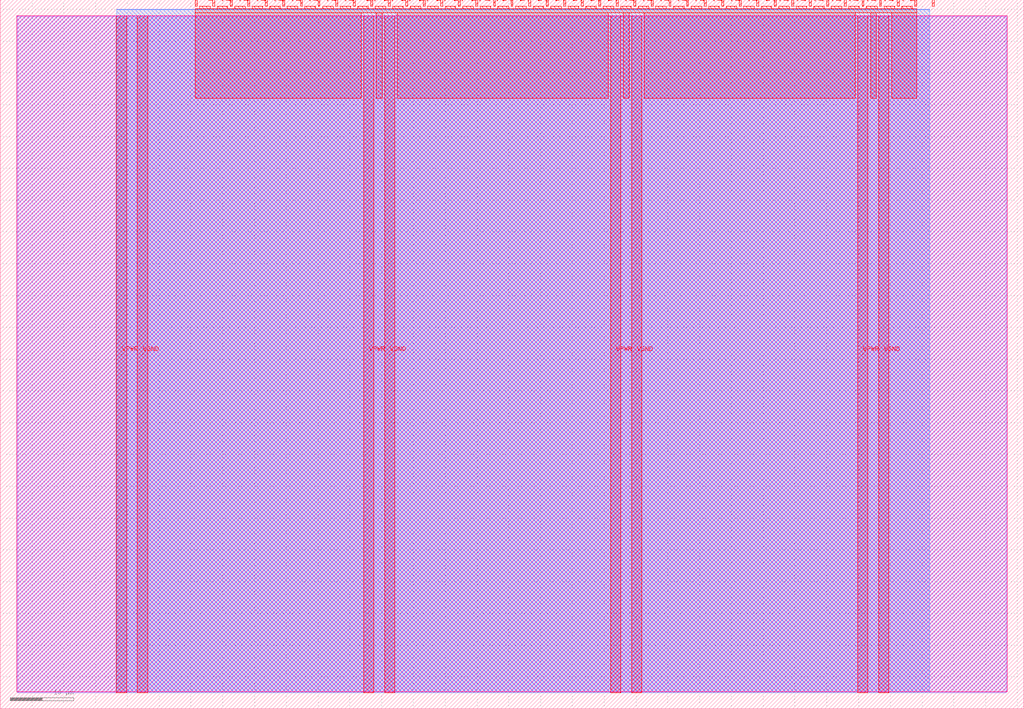
<source format=lef>
VERSION 5.7 ;
  NOWIREEXTENSIONATPIN ON ;
  DIVIDERCHAR "/" ;
  BUSBITCHARS "[]" ;
MACRO tt_um_idann
  CLASS BLOCK ;
  FOREIGN tt_um_idann ;
  ORIGIN 0.000 0.000 ;
  SIZE 161.000 BY 111.520 ;
  PIN VGND
    DIRECTION INOUT ;
    USE GROUND ;
    PORT
      LAYER met4 ;
        RECT 21.580 2.480 23.180 109.040 ;
    END
    PORT
      LAYER met4 ;
        RECT 60.450 2.480 62.050 109.040 ;
    END
    PORT
      LAYER met4 ;
        RECT 99.320 2.480 100.920 109.040 ;
    END
    PORT
      LAYER met4 ;
        RECT 138.190 2.480 139.790 109.040 ;
    END
  END VGND
  PIN VPWR
    DIRECTION INOUT ;
    USE POWER ;
    PORT
      LAYER met4 ;
        RECT 18.280 2.480 19.880 109.040 ;
    END
    PORT
      LAYER met4 ;
        RECT 57.150 2.480 58.750 109.040 ;
    END
    PORT
      LAYER met4 ;
        RECT 96.020 2.480 97.620 109.040 ;
    END
    PORT
      LAYER met4 ;
        RECT 134.890 2.480 136.490 109.040 ;
    END
  END VPWR
  PIN clk
    DIRECTION INPUT ;
    USE SIGNAL ;
    ANTENNAGATEAREA 0.852000 ;
    PORT
      LAYER met4 ;
        RECT 143.830 110.520 144.130 111.520 ;
    END
  END clk
  PIN ena
    DIRECTION INPUT ;
    USE SIGNAL ;
    PORT
      LAYER met4 ;
        RECT 146.590 110.520 146.890 111.520 ;
    END
  END ena
  PIN rst_n
    DIRECTION INPUT ;
    USE SIGNAL ;
    ANTENNAGATEAREA 0.196500 ;
    PORT
      LAYER met4 ;
        RECT 141.070 110.520 141.370 111.520 ;
    END
  END rst_n
  PIN ui_in[0]
    DIRECTION INPUT ;
    USE SIGNAL ;
    PORT
      LAYER met4 ;
        RECT 138.310 110.520 138.610 111.520 ;
    END
  END ui_in[0]
  PIN ui_in[1]
    DIRECTION INPUT ;
    USE SIGNAL ;
    PORT
      LAYER met4 ;
        RECT 135.550 110.520 135.850 111.520 ;
    END
  END ui_in[1]
  PIN ui_in[2]
    DIRECTION INPUT ;
    USE SIGNAL ;
    PORT
      LAYER met4 ;
        RECT 132.790 110.520 133.090 111.520 ;
    END
  END ui_in[2]
  PIN ui_in[3]
    DIRECTION INPUT ;
    USE SIGNAL ;
    PORT
      LAYER met4 ;
        RECT 130.030 110.520 130.330 111.520 ;
    END
  END ui_in[3]
  PIN ui_in[4]
    DIRECTION INPUT ;
    USE SIGNAL ;
    PORT
      LAYER met4 ;
        RECT 127.270 110.520 127.570 111.520 ;
    END
  END ui_in[4]
  PIN ui_in[5]
    DIRECTION INPUT ;
    USE SIGNAL ;
    PORT
      LAYER met4 ;
        RECT 124.510 110.520 124.810 111.520 ;
    END
  END ui_in[5]
  PIN ui_in[6]
    DIRECTION INPUT ;
    USE SIGNAL ;
    PORT
      LAYER met4 ;
        RECT 121.750 110.520 122.050 111.520 ;
    END
  END ui_in[6]
  PIN ui_in[7]
    DIRECTION INPUT ;
    USE SIGNAL ;
    PORT
      LAYER met4 ;
        RECT 118.990 110.520 119.290 111.520 ;
    END
  END ui_in[7]
  PIN uio_in[0]
    DIRECTION INPUT ;
    USE SIGNAL ;
    PORT
      LAYER met4 ;
        RECT 116.230 110.520 116.530 111.520 ;
    END
  END uio_in[0]
  PIN uio_in[1]
    DIRECTION INPUT ;
    USE SIGNAL ;
    PORT
      LAYER met4 ;
        RECT 113.470 110.520 113.770 111.520 ;
    END
  END uio_in[1]
  PIN uio_in[2]
    DIRECTION INPUT ;
    USE SIGNAL ;
    PORT
      LAYER met4 ;
        RECT 110.710 110.520 111.010 111.520 ;
    END
  END uio_in[2]
  PIN uio_in[3]
    DIRECTION INPUT ;
    USE SIGNAL ;
    PORT
      LAYER met4 ;
        RECT 107.950 110.520 108.250 111.520 ;
    END
  END uio_in[3]
  PIN uio_in[4]
    DIRECTION INPUT ;
    USE SIGNAL ;
    PORT
      LAYER met4 ;
        RECT 105.190 110.520 105.490 111.520 ;
    END
  END uio_in[4]
  PIN uio_in[5]
    DIRECTION INPUT ;
    USE SIGNAL ;
    PORT
      LAYER met4 ;
        RECT 102.430 110.520 102.730 111.520 ;
    END
  END uio_in[5]
  PIN uio_in[6]
    DIRECTION INPUT ;
    USE SIGNAL ;
    PORT
      LAYER met4 ;
        RECT 99.670 110.520 99.970 111.520 ;
    END
  END uio_in[6]
  PIN uio_in[7]
    DIRECTION INPUT ;
    USE SIGNAL ;
    PORT
      LAYER met4 ;
        RECT 96.910 110.520 97.210 111.520 ;
    END
  END uio_in[7]
  PIN uio_oe[0]
    DIRECTION OUTPUT ;
    USE SIGNAL ;
    PORT
      LAYER met4 ;
        RECT 49.990 110.520 50.290 111.520 ;
    END
  END uio_oe[0]
  PIN uio_oe[1]
    DIRECTION OUTPUT ;
    USE SIGNAL ;
    PORT
      LAYER met4 ;
        RECT 47.230 110.520 47.530 111.520 ;
    END
  END uio_oe[1]
  PIN uio_oe[2]
    DIRECTION OUTPUT ;
    USE SIGNAL ;
    PORT
      LAYER met4 ;
        RECT 44.470 110.520 44.770 111.520 ;
    END
  END uio_oe[2]
  PIN uio_oe[3]
    DIRECTION OUTPUT ;
    USE SIGNAL ;
    PORT
      LAYER met4 ;
        RECT 41.710 110.520 42.010 111.520 ;
    END
  END uio_oe[3]
  PIN uio_oe[4]
    DIRECTION OUTPUT ;
    USE SIGNAL ;
    PORT
      LAYER met4 ;
        RECT 38.950 110.520 39.250 111.520 ;
    END
  END uio_oe[4]
  PIN uio_oe[5]
    DIRECTION OUTPUT ;
    USE SIGNAL ;
    PORT
      LAYER met4 ;
        RECT 36.190 110.520 36.490 111.520 ;
    END
  END uio_oe[5]
  PIN uio_oe[6]
    DIRECTION OUTPUT ;
    USE SIGNAL ;
    PORT
      LAYER met4 ;
        RECT 33.430 110.520 33.730 111.520 ;
    END
  END uio_oe[6]
  PIN uio_oe[7]
    DIRECTION OUTPUT ;
    USE SIGNAL ;
    PORT
      LAYER met4 ;
        RECT 30.670 110.520 30.970 111.520 ;
    END
  END uio_oe[7]
  PIN uio_out[0]
    DIRECTION OUTPUT ;
    USE SIGNAL ;
    PORT
      LAYER met4 ;
        RECT 72.070 110.520 72.370 111.520 ;
    END
  END uio_out[0]
  PIN uio_out[1]
    DIRECTION OUTPUT ;
    USE SIGNAL ;
    PORT
      LAYER met4 ;
        RECT 69.310 110.520 69.610 111.520 ;
    END
  END uio_out[1]
  PIN uio_out[2]
    DIRECTION OUTPUT ;
    USE SIGNAL ;
    PORT
      LAYER met4 ;
        RECT 66.550 110.520 66.850 111.520 ;
    END
  END uio_out[2]
  PIN uio_out[3]
    DIRECTION OUTPUT ;
    USE SIGNAL ;
    PORT
      LAYER met4 ;
        RECT 63.790 110.520 64.090 111.520 ;
    END
  END uio_out[3]
  PIN uio_out[4]
    DIRECTION OUTPUT ;
    USE SIGNAL ;
    PORT
      LAYER met4 ;
        RECT 61.030 110.520 61.330 111.520 ;
    END
  END uio_out[4]
  PIN uio_out[5]
    DIRECTION OUTPUT ;
    USE SIGNAL ;
    PORT
      LAYER met4 ;
        RECT 58.270 110.520 58.570 111.520 ;
    END
  END uio_out[5]
  PIN uio_out[6]
    DIRECTION OUTPUT ;
    USE SIGNAL ;
    PORT
      LAYER met4 ;
        RECT 55.510 110.520 55.810 111.520 ;
    END
  END uio_out[6]
  PIN uio_out[7]
    DIRECTION OUTPUT ;
    USE SIGNAL ;
    PORT
      LAYER met4 ;
        RECT 52.750 110.520 53.050 111.520 ;
    END
  END uio_out[7]
  PIN uo_out[0]
    DIRECTION OUTPUT ;
    USE SIGNAL ;
    PORT
      LAYER met4 ;
        RECT 94.150 110.520 94.450 111.520 ;
    END
  END uo_out[0]
  PIN uo_out[1]
    DIRECTION OUTPUT ;
    USE SIGNAL ;
    ANTENNADIFFAREA 0.445500 ;
    PORT
      LAYER met4 ;
        RECT 91.390 110.520 91.690 111.520 ;
    END
  END uo_out[1]
  PIN uo_out[2]
    DIRECTION OUTPUT ;
    USE SIGNAL ;
    ANTENNADIFFAREA 0.445500 ;
    PORT
      LAYER met4 ;
        RECT 88.630 110.520 88.930 111.520 ;
    END
  END uo_out[2]
  PIN uo_out[3]
    DIRECTION OUTPUT ;
    USE SIGNAL ;
    ANTENNADIFFAREA 0.445500 ;
    PORT
      LAYER met4 ;
        RECT 85.870 110.520 86.170 111.520 ;
    END
  END uo_out[3]
  PIN uo_out[4]
    DIRECTION OUTPUT ;
    USE SIGNAL ;
    PORT
      LAYER met4 ;
        RECT 83.110 110.520 83.410 111.520 ;
    END
  END uo_out[4]
  PIN uo_out[5]
    DIRECTION OUTPUT ;
    USE SIGNAL ;
    PORT
      LAYER met4 ;
        RECT 80.350 110.520 80.650 111.520 ;
    END
  END uo_out[5]
  PIN uo_out[6]
    DIRECTION OUTPUT ;
    USE SIGNAL ;
    ANTENNAGATEAREA 0.477000 ;
    ANTENNADIFFAREA 0.891000 ;
    PORT
      LAYER met4 ;
        RECT 77.590 110.520 77.890 111.520 ;
    END
  END uo_out[6]
  PIN uo_out[7]
    DIRECTION OUTPUT ;
    USE SIGNAL ;
    PORT
      LAYER met4 ;
        RECT 74.830 110.520 75.130 111.520 ;
    END
  END uo_out[7]
  OBS
      LAYER nwell ;
        RECT 2.570 2.635 158.430 108.990 ;
      LAYER li1 ;
        RECT 2.760 2.635 158.240 108.885 ;
      LAYER met1 ;
        RECT 2.760 2.480 158.240 109.040 ;
      LAYER met2 ;
        RECT 18.310 2.535 146.190 110.005 ;
      LAYER met3 ;
        RECT 18.290 2.555 146.215 109.985 ;
      LAYER met4 ;
        RECT 31.370 110.120 33.030 110.520 ;
        RECT 34.130 110.120 35.790 110.520 ;
        RECT 36.890 110.120 38.550 110.520 ;
        RECT 39.650 110.120 41.310 110.520 ;
        RECT 42.410 110.120 44.070 110.520 ;
        RECT 45.170 110.120 46.830 110.520 ;
        RECT 47.930 110.120 49.590 110.520 ;
        RECT 50.690 110.120 52.350 110.520 ;
        RECT 53.450 110.120 55.110 110.520 ;
        RECT 56.210 110.120 57.870 110.520 ;
        RECT 58.970 110.120 60.630 110.520 ;
        RECT 61.730 110.120 63.390 110.520 ;
        RECT 64.490 110.120 66.150 110.520 ;
        RECT 67.250 110.120 68.910 110.520 ;
        RECT 70.010 110.120 71.670 110.520 ;
        RECT 72.770 110.120 74.430 110.520 ;
        RECT 75.530 110.120 77.190 110.520 ;
        RECT 78.290 110.120 79.950 110.520 ;
        RECT 81.050 110.120 82.710 110.520 ;
        RECT 83.810 110.120 85.470 110.520 ;
        RECT 86.570 110.120 88.230 110.520 ;
        RECT 89.330 110.120 90.990 110.520 ;
        RECT 92.090 110.120 93.750 110.520 ;
        RECT 94.850 110.120 96.510 110.520 ;
        RECT 97.610 110.120 99.270 110.520 ;
        RECT 100.370 110.120 102.030 110.520 ;
        RECT 103.130 110.120 104.790 110.520 ;
        RECT 105.890 110.120 107.550 110.520 ;
        RECT 108.650 110.120 110.310 110.520 ;
        RECT 111.410 110.120 113.070 110.520 ;
        RECT 114.170 110.120 115.830 110.520 ;
        RECT 116.930 110.120 118.590 110.520 ;
        RECT 119.690 110.120 121.350 110.520 ;
        RECT 122.450 110.120 124.110 110.520 ;
        RECT 125.210 110.120 126.870 110.520 ;
        RECT 127.970 110.120 129.630 110.520 ;
        RECT 130.730 110.120 132.390 110.520 ;
        RECT 133.490 110.120 135.150 110.520 ;
        RECT 136.250 110.120 137.910 110.520 ;
        RECT 139.010 110.120 140.670 110.520 ;
        RECT 141.770 110.120 143.430 110.520 ;
        RECT 30.655 109.440 144.145 110.120 ;
        RECT 30.655 96.055 56.750 109.440 ;
        RECT 59.150 96.055 60.050 109.440 ;
        RECT 62.450 96.055 95.620 109.440 ;
        RECT 98.020 96.055 98.920 109.440 ;
        RECT 101.320 96.055 134.490 109.440 ;
        RECT 136.890 96.055 137.790 109.440 ;
        RECT 140.190 96.055 144.145 109.440 ;
  END
END tt_um_idann
END LIBRARY


</source>
